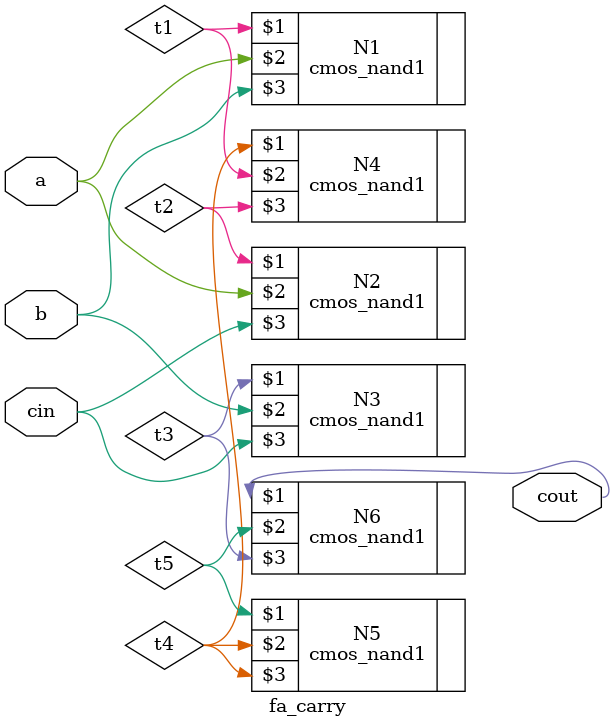
<source format=v>
`include "cmosnandfa.v"

module fa_carry (cout , a , b , cin);

    input a , b , cin;
    output cout;
    wire t0,t1,t2,t3,t4,t5;

    cmos_nand1 N1 (t1 , a , b);
    cmos_nand1 N2 (t2 , a , cin);
    cmos_nand1 N3 (t3 , b , cin);
    cmos_nand1 N4 (t4 , t1 , t2);
    cmos_nand1 N5 (t5 , t4 , t4);
    cmos_nand1 N6 (cout , t5 , t3);

endmodule



</source>
